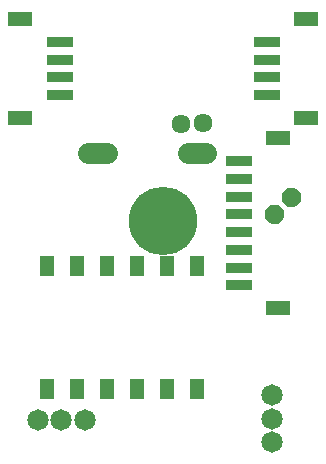
<source format=gbs>
G75*
G70*
%OFA0B0*%
%FSLAX24Y24*%
%IPPOS*%
%LPD*%
%AMOC8*
5,1,8,0,0,1.08239X$1,22.5*
%
%ADD10C,0.0714*%
%ADD11R,0.0867X0.0356*%
%ADD12R,0.0828X0.0513*%
%ADD13C,0.0635*%
%ADD14R,0.0513X0.0671*%
%ADD15C,0.0714*%
%ADD16C,0.0127*%
%ADD17C,0.2280*%
D10*
X002917Y001990D03*
X003705Y001990D03*
X004492Y001990D03*
X010726Y002053D03*
X010726Y001265D03*
X010726Y002840D03*
D11*
X009624Y006495D03*
X009624Y007086D03*
X009624Y007677D03*
X009624Y008267D03*
X009624Y008858D03*
X009624Y009448D03*
X009624Y010039D03*
X009624Y010629D03*
X010547Y012836D03*
X010547Y013427D03*
X010547Y014017D03*
X010547Y014608D03*
X003654Y014608D03*
X003654Y014017D03*
X003654Y013427D03*
X003654Y012836D03*
D12*
X002335Y012068D03*
X002335Y015375D03*
X010943Y011397D03*
X011866Y012068D03*
X011866Y015375D03*
X010943Y005728D03*
D13*
X008437Y011903D03*
X007683Y011875D03*
D14*
X007244Y007138D03*
X006244Y007138D03*
X005244Y007138D03*
X004244Y007138D03*
X003244Y007138D03*
X003244Y003044D03*
X004244Y003044D03*
X005244Y003044D03*
X006244Y003044D03*
X007244Y003044D03*
X008244Y003044D03*
X008244Y007138D03*
D15*
X008545Y010891D02*
X007912Y010891D01*
X005238Y010891D02*
X004605Y010891D01*
D16*
X010859Y008673D02*
X010923Y008609D01*
X010713Y008608D01*
X010564Y008756D01*
X010563Y008966D01*
X010711Y009115D01*
X010921Y009116D01*
X011070Y008968D01*
X011071Y008758D01*
X010923Y008609D01*
X010884Y008704D01*
X010752Y008704D01*
X010659Y008795D01*
X010659Y008927D01*
X010750Y009020D01*
X010882Y009020D01*
X010975Y008929D01*
X010975Y008797D01*
X010884Y008704D01*
X010843Y008800D01*
X010792Y008799D01*
X010755Y008836D01*
X010754Y008887D01*
X010791Y008924D01*
X010842Y008925D01*
X010879Y008888D01*
X010880Y008837D01*
X010843Y008800D01*
X011414Y009231D02*
X011478Y009167D01*
X011268Y009166D01*
X011119Y009314D01*
X011118Y009524D01*
X011266Y009673D01*
X011476Y009674D01*
X011625Y009526D01*
X011626Y009316D01*
X011478Y009167D01*
X011439Y009262D01*
X011307Y009262D01*
X011214Y009353D01*
X011214Y009485D01*
X011305Y009578D01*
X011437Y009578D01*
X011530Y009487D01*
X011530Y009355D01*
X011439Y009262D01*
X011398Y009358D01*
X011347Y009357D01*
X011310Y009394D01*
X011309Y009445D01*
X011346Y009482D01*
X011397Y009483D01*
X011434Y009446D01*
X011435Y009395D01*
X011398Y009358D01*
D17*
X007094Y008641D03*
M02*

</source>
